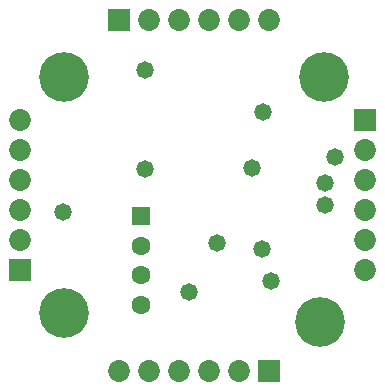
<source format=gbr>
G04*
G04 #@! TF.GenerationSoftware,Altium Limited,Altium Designer,25.8.1 (18)*
G04*
G04 Layer_Color=16711935*
%FSLAX25Y25*%
%MOIN*%
G70*
G04*
G04 #@! TF.SameCoordinates,8B26A7FC-FD43-4694-A22A-0022FF1C5016*
G04*
G04*
G04 #@! TF.FilePolarity,Negative*
G04*
G01*
G75*
%ADD25C,0.07296*%
%ADD26C,0.06312*%
%ADD27R,0.07296X0.07296*%
%ADD28R,0.07296X0.07296*%
%ADD29R,0.06312X0.06312*%
%ADD30C,0.05800*%
%ADD31C,0.16548*%
D25*
X398661Y373228D02*
D03*
X450787Y309842D02*
D03*
X335827Y320000D02*
D03*
X388661Y256299D02*
D03*
X408661Y373228D02*
D03*
X450787Y319843D02*
D03*
X388661Y373228D02*
D03*
X335827Y310000D02*
D03*
X398661Y256299D02*
D03*
X335827Y330000D02*
D03*
X450787Y299843D02*
D03*
X408661Y256299D02*
D03*
X378661Y373228D02*
D03*
X335827Y300000D02*
D03*
X450787Y329842D02*
D03*
X378661Y256299D02*
D03*
X368661D02*
D03*
X335827Y340000D02*
D03*
X450787Y289843D02*
D03*
X418661Y373228D02*
D03*
D26*
X375984Y288189D02*
D03*
Y278346D02*
D03*
Y298031D02*
D03*
D27*
X450787Y339843D02*
D03*
X335827Y290000D02*
D03*
D28*
X368661Y373228D02*
D03*
X418661Y256299D02*
D03*
D29*
X375984Y307874D02*
D03*
D30*
X377559Y323622D02*
D03*
X416511Y296710D02*
D03*
X350000Y309055D02*
D03*
X377559Y356693D02*
D03*
X419291Y286221D02*
D03*
X437402Y311417D02*
D03*
X440945Y327559D02*
D03*
X437402Y318898D02*
D03*
X416929Y342520D02*
D03*
X401575Y298819D02*
D03*
X412992Y324016D02*
D03*
X392126Y282677D02*
D03*
D31*
X437008Y354331D02*
D03*
X350394D02*
D03*
Y275590D02*
D03*
X435827Y272441D02*
D03*
M02*

</source>
